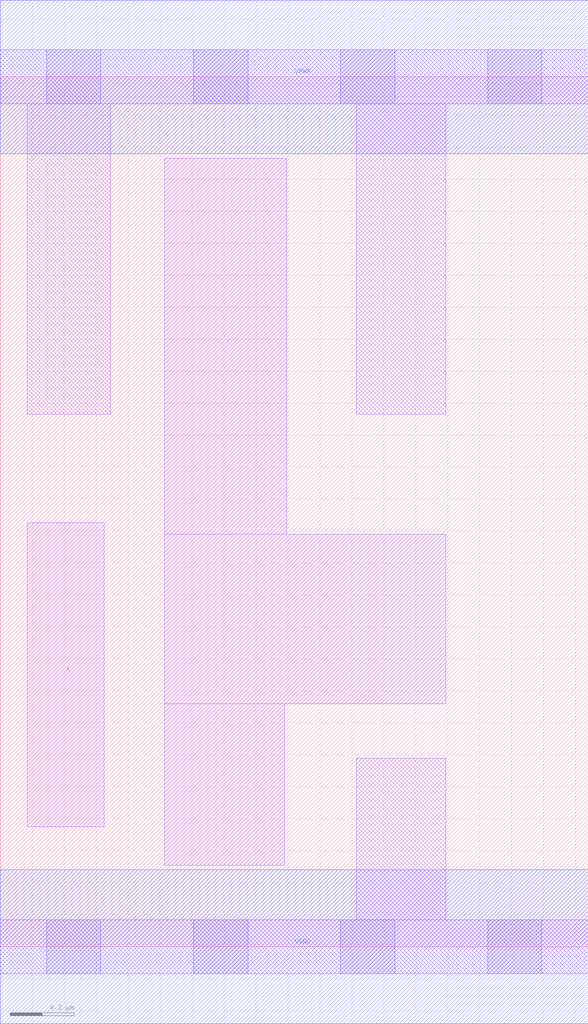
<source format=lef>
# Copyright 2020 The SkyWater PDK Authors
#
# Licensed under the Apache License, Version 2.0 (the "License");
# you may not use this file except in compliance with the License.
# You may obtain a copy of the License at
#
#     https://www.apache.org/licenses/LICENSE-2.0
#
# Unless required by applicable law or agreed to in writing, software
# distributed under the License is distributed on an "AS IS" BASIS,
# WITHOUT WARRANTIES OR CONDITIONS OF ANY KIND, either express or implied.
# See the License for the specific language governing permissions and
# limitations under the License.
#
# SPDX-License-Identifier: Apache-2.0

VERSION 5.7 ;
BUSBITCHARS "[]" ;
DIVIDERCHAR "/" ;
PROPERTYDEFINITIONS
  MACRO maskLayoutSubType STRING ;
  MACRO prCellType STRING ;
  MACRO originalViewName STRING ;
END PROPERTYDEFINITIONS
MACRO sky130_fd_sc_hdll__clkinv_1
  ORIGIN  0.000000  0.000000 ;
  CLASS CORE ;
  SYMMETRY X Y R90 ;
  SIZE  1.840000 BY  2.720000 ;
  SITE unithd ;
  PIN A
    ANTENNAGATEAREA  0.365400 ;
    DIRECTION INPUT ;
    USE SIGNAL ;
    PORT
      LAYER li1 ;
        RECT 0.085000 0.375000 0.325000 1.325000 ;
    END
  END A
  PIN VGND
    DIRECTION INOUT ;
    USE SIGNAL ;
    PORT
      LAYER met1 ;
        RECT 0.000000 -0.240000 1.840000 0.240000 ;
    END
  END VGND
  PIN VPWR
    DIRECTION INOUT ;
    USE SIGNAL ;
    PORT
      LAYER met1 ;
        RECT 0.000000 2.480000 1.840000 2.960000 ;
    END
  END VPWR
  PIN Y
    ANTENNADIFFAREA  0.375900 ;
    DIRECTION OUTPUT ;
    USE SIGNAL ;
    PORT
      LAYER li1 ;
        RECT 0.515000 0.255000 0.890000 0.760000 ;
        RECT 0.515000 0.760000 1.395000 1.290000 ;
        RECT 0.515000 1.290000 0.895000 2.465000 ;
    END
  END Y
  OBS
    LAYER li1 ;
      RECT 0.000000 -0.085000 1.840000 0.085000 ;
      RECT 0.000000  2.635000 1.840000 2.805000 ;
      RECT 0.085000  1.665000 0.345000 2.635000 ;
      RECT 1.115000  0.085000 1.395000 0.590000 ;
      RECT 1.115000  1.665000 1.395000 2.635000 ;
    LAYER mcon ;
      RECT 0.145000 -0.085000 0.315000 0.085000 ;
      RECT 0.145000  2.635000 0.315000 2.805000 ;
      RECT 0.605000 -0.085000 0.775000 0.085000 ;
      RECT 0.605000  2.635000 0.775000 2.805000 ;
      RECT 1.065000 -0.085000 1.235000 0.085000 ;
      RECT 1.065000  2.635000 1.235000 2.805000 ;
      RECT 1.525000 -0.085000 1.695000 0.085000 ;
      RECT 1.525000  2.635000 1.695000 2.805000 ;
  END
  PROPERTY maskLayoutSubType "abstract" ;
  PROPERTY prCellType "standard" ;
  PROPERTY originalViewName "layout" ;
END sky130_fd_sc_hdll__clkinv_1

</source>
